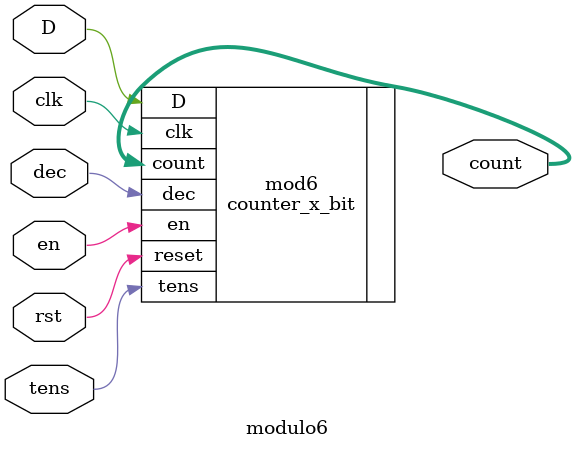
<source format=v>
`timescale 1ns / 1ps


module modulo6(input clk, rst, en,dec,tens,D,output [2:0] count);
//wire clk_out;
//clockDivider clockDiv(.clk(clk), .rst(rst), .clk_out(clk_out));
counter_x_bit  #(3,6) mod6 (.clk(clk), .reset(rst), .en(en),.tens(tens),.dec(dec),.D(D),.count(count));
endmodule

</source>
